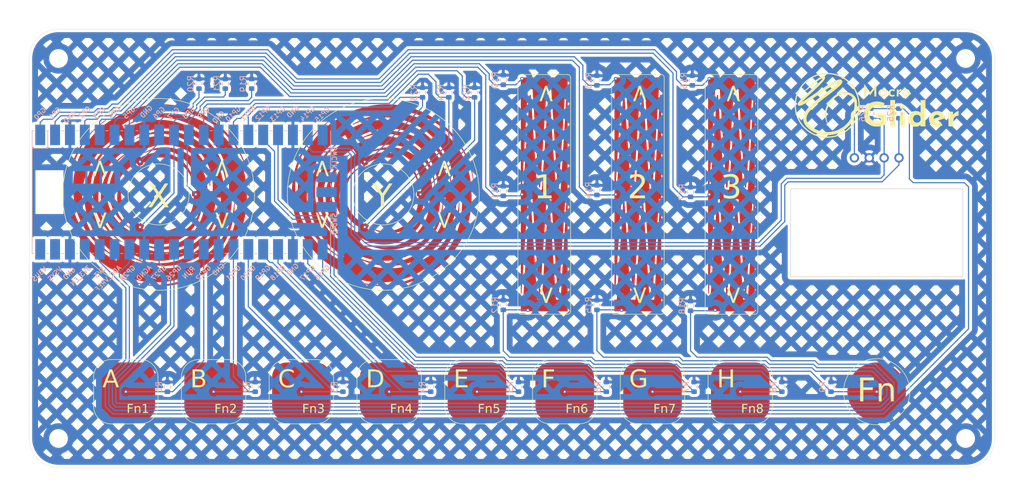
<source format=kicad_pcb>
(kicad_pcb (version 20240108) (generator "pcbnew") (generator_version "8.0")
  (title_block (title "MACRO-GLIDER") (date "2024-04-28") (rev "V1") (company "KONSOL"))
  (layers (0 "F.Cu" signal) (31 "B.Cu" signal) (34 "B.Paste" user) (35 "F.Paste" user) (36 "B.SilkS" user "B.Silkscreen") (37 "F.SilkS" user "F.Silkscreen") (38 "B.Mask" user) (39 "F.Mask" user) (44 "Edge.Cuts" user))
  (net 0 "")
  (net 1 "/FADER1C")
  (net 2 "/FADER1B")
  (net 3 "/FADER1A")
  (net 4 "/FADER2C")
  (net 5 "/FADER2A")
  (net 6 "/FADER2B")
  (net 7 "/FADER3C")
  (net 8 "/FADER3B")
  (net 9 "/FADER3A")
  (net 10 "/SCL")
  (net 11 "/SDA")
  (net 12 "+3V3")
  (net 13 "GND")
  (net 14 "/TPAD1")
  (net 15 "/TPAD2")
  (net 16 "/TPAD3")
  (net 17 "/TPAD4")
  (net 18 "/TPAD5")
  (net 19 "/TPAD6")
  (net 20 "/TPAD7")
  (net 21 "/TPAD8")
  (net 22 "/TPADFN")
  (net 23 "/ROT1A")
  (net 24 "/ROT1B")
  (net 25 "/ROT1C")
  (net 26 "/ROT2A")
  (net 27 "/ROT2B")
  (net 28 "/ROT2C")
  (footprint "Library:TOUCHSLIDER3_8x40B" (layer "F.Cu") (at 195 83.25)
    (property "Reference" "FADER3" (hide yes))
    (property "Value" "~" (hide yes))
  )
  (footprint "Library:TOUCHROTARY1B" (layer "F.Cu") (at 97.098781 83.25)
    (property "Reference" "TOUCHROTARY1" (hide yes))
    (property "Value" "~" (hide yes))
  )
  (footprint "Library:Pad-CapacitiveTouch" (layer "F.Cu") (at 151.5 117)
    (property "Reference" "SW5")
    (property "Value" "Capacitive Button" (hide yes))
  )
  (footprint "Library:TOUCHSLIDER3_8x40B" (layer "F.Cu") (at 179 83.25)
    (property "Reference" "FADER2" (hide yes))
    (property "Value" "~" (hide yes))
  )
  (footprint "Library:Pad-CapacitiveTouch" (layer "F.Cu") (at 106.5 117)
    (property "Reference" "SW2")
    (property "Value" "Capacitive Button" (hide yes))
  )
  (footprint "Library:TOUCHSLIDER3_8x40B" (layer "F.Cu") (at 163 83.25)
    (property "Reference" "FADER1" (hide yes))
    (property "Value" "~" (hide yes))
  )
  (footprint "easyeda2kicad:OLED-TH_L35.4-W33.5_HS13L03W2C01_without_mount_outline" (layer "F.Cu") (at 219.81 77)
    (property "Reference" "OLED1" (hide yes))
    (property "Value" "HS13L03W2C01")
    (fp_rect (start -14.715 5.3) (end 14.715 20.31) (stroke (width 0.1)) (fill none) (layer "Edge.Cuts"))
  )
  (footprint "MountingHole:MountingHole_2.7mm_M2.5_ISO14580" (layer "F.Cu") (at 235 125)
    (property "Reference" "H4" (hide yes))
    (property "Value" "MountingHole")
  )
  (footprint "Library:Pad-CapacitiveTouch" (layer "F.Cu") (at 91.5 117)
    (property "Reference" "SW1")
    (property "Value" "Capacitive Button" (hide yes))
  )
  (footprint "MountingHole:MountingHole_2.7mm_M2.5_ISO14580" (layer "F.Cu") (at 235 60)
    (property "Reference" "H3" (hide yes))
    (property "Value" "MountingHole")
  )
  (footprint "logo:logo" (layer "F.Cu") (at 219.796804 68)
    (property "Reference" "G***" (hide yes))
    (property "Value" "LOGO" (hide yes))
  )
  (footprint "MountingHole:MountingHole_2.7mm_M2.5_ISO14580" (layer "F.Cu") (at 80 125)
    (property "Reference" "H2" (hide yes))
    (property "Value" "MountingHole")
  )
  (footprint "Library:Pad-CapacitiveTouch" (layer "F.Cu") (at 196.5 117)
    (property "Reference" "SW8")
    (property "Value" "Capacitive Button" (hide yes))
  )
  (footprint "Library:Pad-CapacitiveTouch" (layer "F.Cu") (at 136.5 117)
    (property "Reference" "SW4")
    (property "Value" "Capacitive Button" (hide yes))
  )
  (footprint "Library:TOUCHROTARY1B" (layer "F.Cu") (at 135.5 83.25)
    (property "Reference" "TOUCHROTARY2" (hide yes))
    (property "Value" "~" (hide yes))
  )
  (footprint "Library:Pad-CapacitiveTouch" (layer "F.Cu") (at 219.81 117)
    (property "Reference" "SW9")
    (property "Value" "Capacitive Button" (hide yes))
  )
  (footprint "Library:Pad-CapacitiveTouch" (layer "F.Cu") (at 166.5 117)
    (property "Reference" "SW6")
    (property "Value" "Capacitive Button" (hide yes))
  )
  (footprint "Library:Pad-CapacitiveTouch" (layer "F.Cu") (at 181.5 117)
    (property "Reference" "SW7")
    (property "Value" "Capacitive Button" (hide yes))
  )
  (footprint "MountingHole:MountingHole_2.7mm_M2.5_ISO14580" (layer "F.Cu") (at 80 60)
    (property "Reference" "H1" (hide yes))
    (property "Value" "MountingHole")
  )
  (footprint "Library:Pad-CapacitiveTouch" (layer "F.Cu") (at 121.5 117)
    (property "Reference" "SW3")
    (property "Value" "Capacitive Button" (hide yes))
  )
  (footprint "Library:R_0603_1608Metric" (layer "B.Cu") (at 172 63.775 -90)
    (property "Reference" "R13")
    (property "Value" "1M")
  )
  (footprint "Library:R_0603_1608Metric" (layer "B.Cu") (at 156 63.675 -90)
    (property "Reference" "R10")
    (property "Value" "1M")
  )
  (footprint "Library:R_0603_1608Metric" (layer "B.Cu") (at 188 82.85 -90)
    (property "Reference" "R17")
    (property "Value" "1M")
  )
  (footprint "Library:R_0603_1608Metric" (layer "B.Cu") (at 156 82.675 -90)
    (property "Reference" "R11")
    (property "Value" "1M")
  )
  (footprint "Library:R_0603_1608Metric" (layer "B.Cu") (at 113.6 116.175 -90)
    (property "Reference" "R2")
    (property "Value" "1M")
  )
  (footprint "Library:R_0603_1608Metric" (layer "B.Cu") (at 151.1 65.825 -90)
    (property "Reference" "R22")
    (property "Value" "1M")
  )
  (footprint "Library:R_0603_1608Metric" (layer "B.Cu") (at 156 102.175 -90)
    (property "Reference" "R12")
    (property "Value" "1M")
  )
  (footprint "Library:R_0603_1608Metric" (layer "B.Cu") (at 172 82.525 -90)
    (property "Reference" "R14")
    (property "Value" "1M")
  )
  (footprint "Library:R_0603_1608Metric" (layer "B.Cu") (at 223.6 69.4 -90)
    (property "Reference" "R25")
    (property "Value" "10K")
  )
  (footprint "Library:R_0603_1608Metric" (layer "B.Cu") (at 158.6 116.175 -90)
    (property "Reference" "R5")
    (property "Value" "1M")
  )
  (footprint "Library:R_0603_1608Metric" (layer "B.Cu") (at 142.2 65.825 -90)
    (property "Reference" "R23")
    (property "Value" "1M")
  )
  (footprint "Library:R_0603_1608Metric" (layer "B.Cu") (at 98.6 116.175 -90)
    (property "Reference" "R1")
    (property "Value" "1M")
  )
  (footprint "Library:R_0603_1608Metric" (layer "B.Cu") (at 113 64.325 -90)
    (property "Reference" "R19")
    (property "Value" "1M")
  )
  (footprint "Library:R_0603_1608Metric" (layer "B.Cu") (at 173.6 116.175 -90)
    (property "Reference" "R6")
    (property "Value" "1M")
  )
  (footprint "Library:R_0603_1608Metric" (layer "B.Cu") (at 146.7 65.825 -90)
    (property "Reference" "R24")
    (property "Value" "1M")
  )
  (footprint "Library:R_0603_1608Metric" (layer "B.Cu") (at 143.6 116.175 -90)
    (property "Reference" "R4")
    (property "Value" "1M")
  )
  (footprint "Library:R_0603_1608Metric" (layer "B.Cu") (at 108.5 64.325 -90)
    (property "Reference" "R21")
    (property "Value" "1M")
  )
  (footprint "Library:R_0603_1608Metric" (layer "B.Cu") (at 128.6 116.175 -90)
    (property "Reference" "R3")
    (property "Value" "1M")
  )
  (footprint "Library:RPi_Pico_SMD" (layer "B.Cu") (at 101 83.11 -90)
    (property "Reference" "U1" (hide yes))
    (property "Value" "Pico" (hide yes))
  )
  (footprint "Library:R_0603_1608Metric" (layer "B.Cu") (at 188 102.325 -90)
    (property "Reference" "R18")
    (property "Value" "1M")
  )
  (footprint "Library:R_0603_1608Metric" (layer "B.Cu") (at 218.8 69.4 -90)
    (property "Reference" "R26")
    (property "Value" "10K")
  )
  (footprint "Library:R_0603_1608Metric" (layer "B.Cu") (at 212 116.175 -90)
    (property "Reference" "R9")
    (property "Value" "1M")
  )
  (footprint "Library:R_0603_1608Metric" (layer "B.Cu") (at 172 102.175 -90)
    (property "Reference" "R15")
    (property "Value" "1M")
  )
  (footprint "Library:R_0603_1608Metric" (layer "B.Cu") (at 188.3 63.775 -90)
    (property "Reference" "R16")
    (property "Value" "1M")
  )
  (footprint "Library:R_0603_1608Metric" (layer "B.Cu") (at 203.6 116.175 -90)
    (property "Reference" "R8")
    (property "Value" "1M")
  )
  (footprint "Library:R_0603_1608Metric" (layer "B.Cu") (at 188.6 116.175 -90)
    (property "Reference" "R7")
    (property "Value" "1M")
  )
  (footprint "Library:R_0603_1608Metric" (layer "B.Cu") (at 104 64.325 -90)
    (property "Reference" "R20")
    (property "Value" "1M")
  )
  (gr_arc (start 183.5 103.25) (mid 183.353553 103.603553) (end 183 103.75) (stroke (width 0.1)) (layer "F.SilkS"))
  (gr_line (start 97 114.5) (end 97 119.5) (stroke (width 0.1)) (layer "F.SilkS"))
  (gr_arc (start 169 111.5) (mid 171.12132 112.37868) (end 172 114.5) (stroke (width 0.1)) (layer "F.SilkS"))
  (gr_line (start 176 119.5) (end 176 114.5) (stroke (width 0.1)) (layer "F.SilkS"))
  (gr_line (start 202 114.5) (end 202 119.5) (stroke (width 0.1)) (layer "F.SilkS"))
  (gr_line (start 167 103.75) (end 159 103.75) (stroke (width 0.1)) (layer "F.SilkS"))
  (gr_line (start 127 114.5) (end 127 119.5) (stroke (width 0.1)) (layer "F.SilkS"))
  (gr_line (start 154 122.5) (end 149 122.5) (stroke (width 0.1)) (layer "F.SilkS"))
  (gr_line (start 134 111.5) (end 139 111.5) (stroke (width 0.1)) (layer "F.SilkS"))
  (gr_arc (start 101 114.5) (mid 101.87868 112.37868) (end 104 111.5) (stroke (width 0.1)) (layer "F.SilkS"))
  (gr_line (start 116 119.5) (end 116 114.5) (stroke (width 0.1)) (layer "F.SilkS"))
  (gr_arc (start 167 62.75) (mid 167.353553 62.896447) (end 167.5 63.25) (stroke (width 0.1)) (layer "F.SilkS"))
  (gr_line (start 167.5 63.25) (end 167.5 103.25) (stroke (width 0.1)) (layer "F.SilkS"))
  (gr_arc (start 191 103.75) (mid 190.646447 103.603553) (end 190.5 103.25) (stroke (width 0.1)) (layer "F.SilkS"))
  (gr_line (start 142 114.5) (end 142 119.5) (stroke (width 0.1)) (layer "F.SilkS"))
  (gr_circle (center 135.5 83.25) (end 140.716736 83.25) (stroke (width 0.1)) (fill none) (layer "F.SilkS"))
  (gr_line (start 174.5 103.25) (end 174.5 63.25) (stroke (width 0.1)) (layer "F.SilkS"))
  (gr_arc (start 179 122.5) (mid 176.87868 121.62132) (end 176 119.5) (stroke (width 0.1)) (layer "F.SilkS"))
  (gr_arc (start 131 114.5) (mid 131.87868 112.37868) (end 134 111.5) (stroke (width 0.1)) (layer "F.SilkS"))
  (gr_arc (start 157 119.5) (mid 156.12132 121.62132) (end 154 122.5) (stroke (width 0.1)) (layer "F.SilkS"))
  (gr_line (start 169 122.5) (end 164 122.5) (stroke (width 0.1)) (layer "F.SilkS"))
  (gr_arc (start 164 122.5) (mid 161.87868 121.62132) (end 161 119.5) (stroke (width 0.1)) (layer "F.SilkS"))
  (gr_arc (start 184 111.5) (mid 186.12132 112.37868) (end 187 114.5) (stroke (width 0.1)) (layer "F.SilkS"))
  (gr_arc (start 175 103.75) (mid 174.646447 103.603553) (end 174.5 103.25) (stroke (width 0.1)) (layer "F.SilkS"))
  (gr_line (start 184 122.5) (end 179 122.5) (stroke (width 0.1)) (layer "F.SilkS"))
  (gr_arc (start 124 111.5) (mid 126.12132 112.37868) (end 127 114.5) (stroke (width 0.1)) (layer "F.SilkS"))
  (gr_arc (start 194 122.5) (mid 191.87868 121.62132) (end 191 119.5) (stroke (width 0.1)) (layer "F.SilkS"))
  (gr_line (start 146 119.5) (end 146 114.5) (stroke (width 0.1)) (layer "F.SilkS"))
  (gr_line (start 86 119.5) (end 86 114.5) (stroke (width 0.1)) (layer "F.SilkS"))
  (gr_line (start 199 103.75) (end 191 103.75) (stroke (width 0.1)) (layer "F.SilkS"))
  (gr_arc (start 167.5 103.25) (mid 167.353553 103.603553) (end 167 103.75) (stroke (width 0.1)) (layer "F.SilkS"))
  (gr_arc (start 104 122.5) (mid 101.87868 121.62132) (end 101 119.5) (stroke (width 0.1)) (layer "F.SilkS"))
  (gr_line (start 199 122.5) (end 194 122.5) (stroke (width 0.1)) (layer "F.SilkS"))
  (gr_arc (start 89 122.5) (mid 86.87868 121.62132) (end 86 119.5) (stroke (width 0.1)) (layer "F.SilkS"))
  (gr_circle (center 97.098781 83.25) (end 110.098781 93.25) (stroke (width 0.1)) (fill none) (layer "F.SilkS"))
  (gr_arc (start 199 62.75) (mid 199.353553 62.896447) (end 199.5 63.25) (stroke (width 0.1)) (layer "F.SilkS"))
  (gr_circle (center 97.098781 83.25) (end 102.315517 83.25) (stroke (width 0.1)) (fill none) (layer "F.SilkS"))
  (gr_arc (start 97 119.5) (mid 96.12132 121.62132) (end 94 122.5) (stroke (width 0.1)) (layer "F.SilkS"))
  (gr_line (start 191 62.75) (end 199 62.75) (stroke (width 0.1)) (layer "F.SilkS"))
  (gr_line (start 183.5 63.25) (end 183.5 103.25) (stroke (width 0.1)) (layer "F.SilkS"))
  (gr_line (start 94 122.5) (end 89 122.5) (stroke (width 0.1)) (layer "F.SilkS"))
  (gr_line (start 175 62.75) (end 183 62.75) (stroke (width 0.1)) (layer "F.SilkS"))
  (gr_arc (start 191 114.5) (mid 191.87868 112.37868) (end 194 111.5) (stroke (width 0.1)) (layer "F.SilkS"))
  (gr_line (start 164 111.5) (end 169 111.5) (stroke (width 0.1)) (layer "F.SilkS"))
  (gr_line (start 183 103.75) (end 175 103.75) (stroke (width 0.1)) (layer "F.SilkS"))
  (gr_arc (start 112 119.5) (mid 111.12132 121.62132) (end 109 122.5) (stroke (width 0.1)) (layer "F.SilkS"))
  (gr_line (start 124 122.5) (end 119 122.5) (stroke (width 0.1)) (layer "F.SilkS"))
  (gr_line (start 187 114.5) (end 187 119.5) (stroke (width 0.1)) (layer "F.SilkS"))
  (gr_line (start 131 119.5) (end 131 114.5) (stroke (width 0.1)) (layer "F.SilkS"))
  (gr_arc (start 199 111.5) (mid 201.12132 112.37868) (end 202 114.5) (stroke (width 0.1)) (layer "F.SilkS"))
  (gr_arc (start 86 114.5) (mid 86.87868 112.37868) (end 89 111.5) (stroke (width 0.1)) (layer "F.SilkS"))
  (gr_line (start 119 111.5) (end 124 111.5) (stroke (width 0.1)) (layer "F.SilkS"))
  (gr_arc (start 149 122.5) (mid 146.87868 121.62132) (end 146 119.5) (stroke (width 0.1)) (layer "F.SilkS"))
  (gr_arc (start 174.5 63.25) (mid 174.646447 62.896447) (end 175 62.75) (stroke (width 0.1)) (layer "F.SilkS"))
  (gr_line (start 112 114.5) (end 112 119.5) (stroke (width 0.1)) (layer "F.SilkS"))
  (gr_arc (start 94 111.5) (mid 96.12132 112.37868) (end 97 114.5) (stroke (width 0.1)) (layer "F.SilkS"))
  (gr_arc (start 127 119.5) (mid 126.12132 121.62132) (end 124 122.5) (stroke (width 0.1)) (layer "F.SilkS"))
  (gr_line (start 139 122.5) (end 134 122.5) (stroke (width 0.1)) (layer "F.SilkS"))
  (gr_line (start 157 114.5) (end 157 119.5) (stroke (width 0.1)) (layer "F.SilkS"))
  (gr_line (start 109 122.5) (end 104 122.5) (stroke (width 0.1)) (layer "F.SilkS"))
  (gr_line (start 161 119.5) (end 161 114.5) (stroke (width 0.1)) (layer "F.SilkS"))
  (gr_arc (start 158.5 63.25) (mid 158.646447 62.896447) (end 159 62.75) (stroke (width 0.1)) (layer "F.SilkS"))
  (gr_arc (start 116 114.5) (mid 116.87868 112.37868) (end 119 111.5) (stroke (width 0.1)) (layer "F.SilkS"))
  (gr_arc (start 142 119.5) (mid 141.12132 121.62132) (end 139 122.5) (stroke (width 0.1)) (layer "F.SilkS"))
  (gr_circle (center 135.5 83.25) (end 148.5 93.25) (stroke (width 0.1)) (fill none) (layer "F.SilkS"))
  (gr_arc (start 134 122.5) (mid 131.87868 121.62132) (end 131 119.5) (stroke (width 0.1)) (layer "F.SilkS"))
  (gr_line (start 191 119.5) (end 191 114.5) (stroke (width 0.1)) (layer "F.SilkS"))
  (gr_arc (start 187 119.5) (mid 186.12132 121.62132) (end 184 122.5) (stroke (width 0.1)) (layer "F.SilkS"))
  (gr_arc (start 202 119.5) (mid 201.12132 121.62132) (end 199 122.5) (stroke (width 0.1)) (layer "F.SilkS"))
  (gr_line (start 199.5 63.25) (end 199.5 103.25) (stroke (width 0.1)) (layer "F.SilkS"))
  (gr_arc (start 119 122.5) (mid 116.87868 121.62132) (end 116 119.5) (stroke (width 0.1)) (layer "F.SilkS"))
  (gr_line (start 159 62.75) (end 167 62.75) (stroke (width 0.1)) (layer "F.SilkS"))
  (gr_arc (start 154 111.5) (mid 156.12132 112.37868) (end 157 114.5) (stroke (width 0.1)) (layer "F.SilkS"))
  (gr_arc (start 190.5 63.25) (mid 190.646447 62.896447) (end 191 62.75) (stroke (width 0.1)) (layer "F.SilkS"))
  (gr_arc (start 199.5 103.25) (mid 199.353553 103.603553) (end 199 103.75) (stroke (width 0.1)) (layer "F.SilkS"))
  (gr_arc (start 146 114.5) (mid 146.87868 112.37868) (end 149 111.5) (stroke (width 0.1)) (layer "F.SilkS"))
  (gr_line (start 101 119.5) (end 101 114.5) (stroke (width 0.1)) (layer "F.SilkS"))
  (gr_line (start 89 111.5) (end 94 111.5) (stroke (width 0.1)) (layer "F.SilkS"))
  (gr_line (start 104 111.5) (end 109 111.5) (stroke (width 0.1)) (layer "F.SilkS"))
  (gr_line (start 190.5 103.25) (end 190.5 63.25) (stroke (width 0.1)) (layer "F.SilkS"))
  (gr_circle (center 219.81 117) (end 223.81 121) (stroke (width 0.1)) (fill none) (layer "F.SilkS"))
  (gr_arc (start 161 114.5) (mid 161.87868 112.37868) (end 164 111.5) (stroke (width 0.1)) (layer "F.SilkS"))
  (gr_arc (start 109 111.5) (mid 111.12132 112.37868) (end 112 114.5) (stroke (width 0.1)) (layer "F.SilkS"))
  (gr_arc (start 172 119.5) (mid 171.12132 121.62132) (end 169 122.5) (stroke (width 0.1)) (layer "F.SilkS"))
  (gr_line (start 194 111.5) (end 199 111.5) (stroke (width 0.1)) (layer "F.SilkS"))
  (gr_arc (start 183 62.75) (mid 183.353553 62.896447) (end 183.5 63.25) (stroke (width 0.1)) (layer "F.SilkS"))
  (gr_line (start 172 114.5) (end 172 119.5) (stroke (width 0.1)) (layer "F.SilkS"))
  (gr_arc (start 139 111.5) (mid 141.12132 112.37868) (end 142 114.5) (stroke (width 0.1)) (layer "F.SilkS"))
  (gr_arc (start 176 114.5) (mid 176.87868 112.37868) (end 179 111.5) (stroke (width 0.1)) (layer "F.SilkS"))
  (gr_line (start 179 111.5) (end 184 111.5) (stroke (width 0.1)) (layer "F.SilkS"))
  (gr_line (start 149 111.5) (end 154 111.5) (stroke (width 0.1)) (layer "F.SilkS"))
  (gr_line (start 158.5 103.25) (end 158.5 63.25) (stroke (width 0.1)) (layer "F.SilkS"))
  (gr_arc (start 159 103.75) (mid 158.646447 103.603553) (end 158.5 103.25) (stroke (width 0.1)) (layer "F.SilkS"))
  (gr_arc (start 75 60) (mid 76.464466 56.464466) (end 80 55) (stroke (width 0.05)) (layer "Edge.Cuts"))
  (gr_arc (start 80 130) (mid 76.464466 128.535534) (end 75 125) (stroke (width 0.05)) (layer "Edge.Cuts"))
  (gr_line (start 80 130) (end 235 130) (stroke (width 0.05)) (layer "Edge.Cuts"))
  (gr_line (start 80 55) (end 235 55) (stroke (width 0.05)) (layer "Edge.Cuts"))
  (gr_arc (start 240 125) (mid 238.535534 128.535534) (end 235 130) (stroke (width 0.05)) (layer "Edge.Cuts"))
  (gr_line (start 75 125) (end 75 60) (stroke (width 0.05)) (layer "Edge.Cuts"))
  (gr_arc (start 235 55) (mid 238.535534 56.464466) (end 240 60) (stroke (width 0.05)) (layer "Edge.Cuts"))
  (gr_line (start 240 125) (end 240 60) (stroke (width 0.05)) (layer "Edge.Cuts"))
  (gr_text "Fn6" (at 170.5 120 0) (layer "F.SilkS") (effects (font (size 1.5 1.5) (thickness 0.1)) (justify right)))
  (gr_text ">" (at 195.25 100.5 -90) (layer "F.SilkS") (effects (font (size 3 3) (thickness 0.1))))
  (gr_text "Fn4" (at 140.5 120 0) (layer "F.SilkS") (effects (font (size 1.5 1.5) (thickness 0.1)) (justify right)))
  (gr_text "<    >" (at 108 83.25 90) (layer "F.SilkS") (effects (font (size 3 3) (thickness 0.1))))
  (gr_text "<" (at 163.25 66 270) (layer "F.SilkS") (effects (font (size 3 3) (thickness 0.1))))
  (gr_text "<" (at 195.25 66 270) (layer "F.SilkS") (effects (font (size 3 3) (thickness 0.1))))
  (gr_text "1" (at 163 82.25 0) (layer "F.SilkS") (effects (font (size 4 4) (thickness 0.1))))
  (gr_text "<    >" (at 146 83.25 90) (layer "F.SilkS") (effects (font (size 3 3) (thickness 0.1))))
  (gr_text "Fn" (at 219.81 117 0) (layer "F.SilkS") (effects (font (size 4 4) (thickness 0.1))))
  (gr_text "B" (at 102.5 115 0) (layer "F.SilkS") (effects (font (size 3 3) (thickness 0.1)) (justify left)))
  (gr_text "<    >" (at 125 83.25 270) (layer "F.SilkS") (effects (font (size 3 3) (thickness 0.1))))
  (gr_text "E" (at 147.5 115 0) (layer "F.SilkS") (effects (font (size 3 3) (thickness 0.1)) (justify left)))
  (gr_text "<" (at 179.25 66 270) (layer "F.SilkS") (effects (font (size 3 3) (thickness 0.1))))
  (gr_text "Y" (at 135.35 83.8 0) (layer "F.SilkS") (effects (font (size 4 4) (thickness 0.1))))
  (gr_text "D" (at 132.5 115 0) (layer "F.SilkS") (effects (font (size 3 3) (thickness 0.1)) (justify left)))
  (gr_text "3" (at 195 82.25 0) (layer "F.SilkS") (effects (font (size 4 4) (thickness 0.1))))
  (gr_text "Fn3" (at 125.5 120 0) (layer "F.SilkS") (effects (font (size 1.5 1.5) (thickness 0.1)) (justify right)))
  (gr_text "C" (at 117.5 115 0) (layer "F.SilkS") (effects (font (size 3 3) (thickness 0.1)) (justify left)))
  (gr_text "G" (at 177.5 115 0) (layer "F.SilkS") (effects (font (size 3 3) (thickness 0.1)) (justify left)))
  (gr_text "X" (at 97.1 83.8 0) (layer "F.SilkS") (effects (font (size 4 4) (thickness 0.1))))
  (gr_text ">" (at 179.25 100.5 -90) (layer "F.SilkS") (effects (font (size 3 3) (thickness 0.1))))
  (gr_text "<    >" (at 87 83.25 270) (layer "F.SilkS") (effects (font (size 3 3) (thickness 0.1))))
  (gr_text "Fn5" (at 155.5 120 0) (layer "F.SilkS") (effects (font (size 1.5 1.5) (thickness 0.1)) (justify right)))
  (gr_text "F" (at 162.5 115 0) (layer "F.SilkS") (effects (font (size 3 3) (thickness 0.1)) (justify left)))
  (gr_text "2" (at 179 82.25 0) (layer "F.SilkS") (effects (font (size 4 4) (thickness 0.1))))
  (gr_text "Fn1" (at 95.5 120 0) (layer "F.SilkS") (effects (font (size 1.5 1.5) (thickness 0.1)) (justify right)))
  (gr_text "A" (at 87.5 115 0) (layer "F.SilkS") (effects (font (size 3 3) (thickness 0.1)) (justify left)))
  (gr_text "H" (at 192.5 115 0) (layer "F.SilkS") (effects (font (size 3 3) (thickness 0.1)) (justify left)))
  (gr_text "Fn2" (at 110.5 120 0) (layer "F.SilkS") (effects (font (size 1.5 1.5) (thickness 0.1)) (justify right)))
  (gr_text "Fn8" (at 200.5 120 0) (layer "F.SilkS") (effects (font (size 1.5 1.5) (thickness 0.1)) (justify right)))
  (gr_text "Fn7" (at 185.5 120 0) (layer "F.SilkS") (effects (font (size 1.5 1.5) (thickness 0.1)) (justify right)))
  (gr_text ">" (at 163.25 100.5 -90) (layer "F.SilkS") (effects (font (size 3 3) (thickness 0.1))))
  (via (at 160.2 103.05) (size 0.6) (drill 0.3) (layers "F.Cu" "B.Cu") (net 1))
  (segment (start 157.1 111.1) (end 156 110) (width 0.2) (layer "B.Cu") (net 1))
  (segment (start 99.73 91.75) (end 99.73 105.815584) (width 0.2) (layer "B.Cu") (net 1))
  (segment (start 220.204416 119) (end 221.55 117.654416) (width 0.2) (layer "B.Cu") (net 1))
  (segment (start 89.8 115.745584) (end 89.8 118.754416) (width 0.2) (layer "B.Cu") (net 1))
  (segment (start 171.694112 111.7) (end 171.094112 111.1) (width 0.2) (layer "B.Cu") (net 1))
  (segment (start 221.55 115.997056) (end 219.052944 113.5) (width 0.2) (layer "B.Cu") (net 1))
  (segment (start 156 103) (end 160.15 103) (width 0.2) (layer "B.Cu") (net 1))
  (segment (start 90.045584 119) (end 220.204416 119) (width 0.2) (layer "B.Cu") (net 1))
  (segment (start 201.197056 112.9) (end 200.597056 112.3) (width 0.2) (layer "B.Cu") (net 1))
  (segment (start 99.73 105.815584) (end 89.8 115.745584) (width 0.2) (layer "B.Cu") (net 1))
  (segment (start 200.597056 112.3) (end 186.445584 112.3) (width 0.2) (layer "B.Cu") (net 1))
  (segment (start 160.15 103) (end 160.2 103.05) (width 0.2) (layer "B.Cu") (net 1))
  (segment (start 221.55 117.654416) (end 221.55 115.997056) (width 0.2) (layer "B.Cu") (net 1))
  (segment (start 209.348528 113.5) (end 208.748528 112.9) (width 0.2) (layer "B.Cu") (net 1))
  (segment (start 186.445584 112.3) (end 185.845584 111.7) (width 0.2) (layer "B.Cu") (net 1))
  (segment (start 89.8 118.754416) (end 90.045584 119) (width 0.2) (layer "B.Cu") (net 1))
  (segment (start 171.094112 111.1) (end 157.1 111.1) (width 0.2) (layer "B.Cu") (net 1))
  (segment (start 156 110) (end 156 103) (width 0.2) (layer "B.Cu") (net 1))
  (segment (start 208.748528 112.9) (end 201.197056 112.9) (width 0.2) (layer "B.Cu") (net 1))
  (segment (start 185.845584 111.7) (end 171.694112 111.7) (width 0.2) (layer "B.Cu") (net 1))
  (segment (start 219.052944 113.5) (end 209.348528 113.5) (width 0.2) (layer "B.Cu") (net 1))
  (via (at 159.2 83.25) (size 0.6) (drill 0.3) (layers "F.Cu" "B.Cu") (net 2))
  (segment (start 100.7 61.5) (end 92.11 70.09) (width 0.2) (layer "B.Cu") (net 2))
  (segment (start 153 82) (end 153 62.848528) (width 0.2) (layer "B.Cu") (net 2))
  (segment (start 154.5 83.5) (end 153 82) (width 0.2) (layer "B.Cu") (net 2))
  (segment (start 156 83.5) (end 154.5 83.5) (width 0.2) (layer "B.Cu") (net 2))
  (segment (start 158.95 83.5) (end 159.2 83.25) (width 0.2) (layer "B.Cu") (net 2))
  (segment (start 136 66.5) (end 119.5 66.5) (width 0.2) (layer "B.Cu") (net 2))
  (segment (start 151.651472 61.5) (end 141 61.5) (width 0.2) (layer "B.Cu") (net 2))
  (segment (start 119.5 66.5) (end 114.5 61.5) (width 0.2) (layer "B.Cu") (net 2))
  (segment (start 153 62.848528) (end 151.651472 61.5) (width 0.2) (layer "B.Cu") (net 2))
  (segment (start 141 61.5) (end 136 66.5) (width 0.2) (layer "B.Cu") (net 2))
  (segment (start 156 83.5) (end 158.95 83.5) (width 0.2) (layer "B.Cu") (net 2))
  (segment (start 114.5 61.5) (end 100.7 61.5) (width 0.2) (layer "B.Cu") (net 2))
  (segment (start 92.11 70.09) (end 92.11 73) (width 0.2) (layer "B.Cu") (net 2))
  (via (at 159.2032 63.45) (size 0.6) (drill 0.3) (layers "F.Cu" "B.Cu") (net 3))
  (segment (start 153.6 62.6) (end 153.6 63.6) (width 0.2) (layer "B.Cu") (net 3))
  (segment (start 153.6 63.6) (end 154.5 64.5) (width 0.2) (layer "B.Cu") (net 3))
  (segment (start 114.748528 60.9) (end 119.748528 65.9) (width 0.2) (layer "B.Cu") (net 3))
  (segment (start 135.751472 65.9) (end 140.751472 60.9) (width 0.2) (layer "B.Cu") (net 3))
  (segment (start 90.17 70.2) (end 91.151472 70.2) (width 0.2) (layer "B.Cu") (net 3))
  (segment (start 119.748528 65.9) (end 135.751472 65.9) (width 0.2) (layer "B.Cu") (net 3))
  (segment (start 91.151472 70.2) (end 100.451472 60.9) (width 0.2) (layer "B.Cu") (net 3))
  (segment (start 89.57 70.8) (end 90.17 70.2) (width 0.2) (layer "B.Cu") (net 3))
  (segment (start 156 64.5) (end 158.1532 64.5) (width 0.2) (layer "B.Cu") (net 3))
  (segment (start 151.9 60.9) (end 153.6 62.6) (width 0.2) (layer "B.Cu") (net 3))
  (segment (start 100.451472 60.9) (end 114.748528 60.9) (width 0.2) (layer "B.Cu") (net 3))
  (segment (start 158.1532 64.5) (end 159.2032 63.45) (width 0.2) (layer "B.Cu") (net 3))
  (segment (start 154.5 64.5) (end 156 64.5) (width 0.2) (layer "B.Cu") (net 3))
  (segment (start 89.57 73) (end 89.57 70.8) (width 0.2) (layer "B.Cu") (net 3))
  (segment (start 140.751472 60.9) (end 151.9 60.9) (width 0.2) (layer "B.Cu") (net 3))
  (via (at 176.2 103.05) (size 0.6) (drill 0.3) (layers "F.Cu" "B.Cu") (net 4))
  (segment (start 222.15 115.748528) (end 219.301472 112.9) (width 0.2) (layer "B.Cu") (net 4))
  (segment (start 220.452944 119.6) (end 222.15 117.902944) (width 0.2) (layer "B.Cu") (net 4))
  (segment (start 97.19 91.75) (end 97.19 94.94) (width 0.2) (layer "B.Cu") (net 4))
  (segment (start 89.797056 119.6) (end 220.452944 119.6) (width 0.2) (layer "B.Cu") (net 4))
  (segment (start 186.094112 111.1) (end 173.1 111.1) (width 0.2) (layer "B.Cu") (net 4))
  (segment (start 201.445584 112.3) (end 200.845584 111.7) (width 0.2) (layer "B.Cu") (net 4))
  (segment (start 173.1 111.1) (end 172 110) (width 0.2) (layer "B.Cu") (net 4))
  (segment (start 200.845584 111.7) (end 186.694112 111.7) (width 0.2) (layer "B.Cu") (net 4))
  (segment (start 186.694112 111.7) (end 186.094112 111.1) (width 0.2) (layer "B.Cu") (net 4))
  (segment (start 176.15 103) (end 176.2 103.05) (width 0.2) (layer "B.Cu") (net 4))
  (segment (start 222.15 117.902944) (end 222.15 115.748528) (width 0.2) (layer "B.Cu") (net 4))
  (segment (start 89.2 115.497056) (end 89.2 119.002944) (width 0.2) (layer "B.Cu") (net 4))
  (segment (start 89.2 119.002944) (end 89.797056 119.6) (width 0.2) (layer "B.Cu") (net 4))
  (segment (start 97.19 94.94) (end 99.13 96.88) (width 0.2) (layer "B.Cu") (net 4))
  (segment (start 172 110) (end 172 103) (width 0.2) (layer "B.Cu") (net 4))
  (segment (start 99.13 96.88) (end 99.13 105.567056) (width 0.2) (layer "B.Cu") (net 4))
  (segment (start 219.301472 112.9) (end 209.597056 112.9) (width 0.2) (layer "B.Cu") (net 4))
  (segment (start 209.597056 112.9) (end 208.997056 112.3) (width 0.2) (layer "B.Cu") (net 4))
  (segment (start 208.997056 112.3) (end 201.445584 112.3) (width 0.2) (layer "B.Cu") (net 4))
  (segment (start 172 103) (end 176.15 103) (width 0.2) (layer "B.Cu") (net 4))
  (segment (start 99.13 105.567056) (end 89.2 115.497056) (width 0.2) (layer "B.Cu") (net 4))
  (via (at 175.2032 63.45) (size 0.6) (drill 0.3) (layers "F.Cu" "B.Cu") (net 5))
  (segment (start 170.6 64.6) (end 172 64.6) (width 0.2) (layer "B.Cu") (net 5))
  (segment (start 172.1 64.5) (end 174.1532 64.5) (width 0.2) (layer "B.Cu") (net 5))
  (segment (start 140.254416 59.7) (end 168.15 59.7) (width 0.2) (layer "B.Cu") (net 5))
  (segment (start 135.254416 64.7) (end 140.254416 59.7) (width 0.2) (layer "B.Cu") (net 5))
  (segment (start 168.15 59.7) (end 169.6 61.15) (width 0.2) (layer "B.Cu") (net 5))
  (segment (start 174.1532 64.5) (end 175.2032 63.45) (width 0.2) (layer "B.Cu") (net 5))
  (segment (start 120.245584 64.7) (end 135.254416 64.7) (width 0.2) (layer "B.Cu") (net 5))
  (segment (start 172 64.6) (end 172.1 64.5) (width 0.2) (layer "B.Cu") (net 5))
  (segment (start 90.654416 69) (end 99.954416 59.7) (width 0.2) (layer "B.Cu") (net 5))
  (segment (start 115.245584 59.7) (end 120.245584 64.7) (width 0.2) (layer "B.Cu") (net 5))
  (segment (start 169.6 61.15) (end 169.6 63.6) (width 0.2) (layer "B.Cu") (net 5))
  (segment (start 89.672944 69) (end 90.654416 69) (width 0.2) (layer "B.Cu") (net 5))
  (segment (start 88.872944 69.8) (end 89.672944 69) (width 0.2) (layer "B.Cu") (net 5))
  (segment (start 84.49 73) (end 84.49 70.71) (width 0.2) (layer "B.Cu") (net 5))
  (segment (start 86.551472 70.4) (end 87.151472 69.8) (width 0.2) (layer "B.Cu") (net 5))
  (segment (start 99.954416 59.7) (end 115.245584 59.7) (width 0.2) (layer "B.Cu") (net 5))
  (segment (start 169.6 63.6) (end 170.6 64.6) (width 0.2) (layer "B.Cu") (net 5))
  (segment (start 87.151472 69.8) (end 88.872944 69.8) (width 0.2) (layer "B.Cu") (net 5))
  (segment (start 84.49 70.71) (end 84.8 70.4) (width 0.2) (layer "B.Cu") (net 5))
  (segment (start 84.8 70.4) (end 86.551472 70.4) (width 0.2) (layer "B.Cu") (net 5))
  (via (at 175.2 83.25) (size 0.6) (drill 0.3) (layers "F.Cu" "B.Cu") (net 6))
  (segment (start 87.03 70.77) (end 87.03 73) (width 0.2) (layer "B.Cu") (net 6))
  (segment (start 114.997056 60.3) (end 100.202944 60.3) (width 0.2) (layer "B.Cu") (net 6))
  (segment (start 89.121472 70.4) (end 87.4 70.4) (width 0.2) (layer "B.Cu") (net 6))
  (segment (start 172 83.35) (end 175.1 83.35) (width 0.2) (layer "B.Cu") (net 6))
  (segment (start 135.502944 65.3) (end 119.997056 65.3) (width 0.2) (layer "B.Cu") (net 6))
  (segment (start 87.4 70.4) (end 87.03 70.77) (width 0.2) (layer "B.Cu") (net 6))
  (segment (start 170.35 83.35) (end 169 82) (width 0.2) (layer "B.Cu") (net 6))
  (segment (start 175.1 83.35) (end 175.2 83.25) (width 0.2) (layer "B.Cu") (net 6))
  (segment (start 89.921472 69.6) (end 89.121472 70.4) (width 0.2) (layer "B.Cu") (net 6))
  (segment (start 172 83.35) (end 170.35 83.35) (width 0.2) (layer "B.Cu") (net 6))
  (segment (start 100.202944 60.3) (end 90.902944 69.6) (width 0.2) (layer "B.Cu") (net 6))
  (segment (start 90.902944 69.6) (end 89.921472 69.6) (width 0.2) (layer "B.Cu") (net 6))
  (segment (start 140.502944 60.3) (end 135.502944 65.3) (width 0.2) (layer "B.Cu") (net 6))
  (segment (start 169 82) (end 169 61.5) (width 0.2) (layer "B.Cu") (net 6))
  (segment (start 167.8 60.3) (end 140.502944 60.3) (width 0.2) (layer "B.Cu") (net 6))
  (segment (start 119.997056 65.3) (end 114.997056 60.3) (width 0.2) (layer "B.Cu") (net 6))
  (segment (start 169 61.5) (end 167.8 60.3) (width 0.2) (layer "B.Cu") (net 6))
  (via (at 192.2 103.05) (size 0.6) (drill 0.3) (layers "F.Cu" "B.Cu") (net 7))
  (segment (start 189.1 111.1) (end 188 110) (width 0.2) (layer "B.Cu") (net 7))
  (segment (start 220.701472 120.2) (end 222.75 118.151472) (width 0.2) (layer "B.Cu") (net 7))
  (segment (start 209.245584 111.7) (end 201.694112 111.7) (width 0.2) (layer "B.Cu") (net 7))
  (segment (start 92.11 111.738528) (end 88.6 115.248528) (width 0.2) (layer "B.Cu") (net 7))
  (segment (start 188 103.15) (end 192.1 103.15) (width 0.2) (layer "B.Cu") (net 7))
  (segment (start 201.094112 111.1) (end 189.1 111.1) (width 0.2) (layer "B.Cu") (net 7))
  (segment (start 88.6 115.248528) (end 88.6 119.251472) (width 0.2) (layer "B.Cu") (net 7))
  (segment (start 209.845584 112.3) (end 209.245584 111.7) (width 0.2) (layer "B.Cu") (net 7))
  (segment (start 92.11 91.75) (end 92.11 94.89) (width 0.2) (layer "B.Cu") (net 7))
  (segment (start 90.4 97.301472) (end 92.11 99.011472) (width 0.2) (layer "B.Cu") (net 7))
  (segment (start 222.75 115.5) (end 219.55 112.3) (width 0.2) (layer "B.Cu") (net 7))
  (segment (start 92.11 99.011472) (end 92.11 111.738528) (width 0.2) (layer "B.Cu") (net 7))
  (segment (start 92.11 94.89) (end 90.4 96.6) (width 0.2) (layer "B.Cu") (net 7))
  (segment (start 222.75 118.151472) (end 222.75 115.5) (width 0.2) (layer "B.Cu") (net 7))
  (segment (start 88.6 119.251472) (end 89.548528 120.2) (width 0.2) (layer "B.Cu") (net 7))
  (segment (start 201.694112 111.7) (end 201.094112 111.1) (width 0.2) (layer "B.Cu") (net 7))
  (segment (start 219.55 112.3) (end 209.845584 112.3) (width 0.2) (layer "B.Cu") (net 7))
  (segment (start 90.4 96.6) (end 90.4 97.301472) (width 0.2) (layer "B.Cu") (net 7))
  (segment (start 89.548528 120.2) (end 220.701472 120.2) (width 0.2) (layer "B.Cu") (net 7))
  (segment (start 192.1 103.15) (end 192.2 103.05) (width 0.2) (layer "B.Cu") (net 7))
  (segment (start 188 110) (end 188 103.15) (width 0.2) (layer "B.Cu") (net 7))
  (via (at 191.2 83.25) (size 0.6) (drill 0.3) (layers "F.Cu" "B.Cu") (net 8))
  (segment (start 120.494112 64.1) (end 115.494112 59.1) (width 0.2) (layer "B.Cu") (net 8))
  (segment (start 135.005888 64.1) (end 120.494112 64.1) (width 0.2) (layer "B.Cu") (net 8))
  (segment (start 90.405888 68.4) (end 89.424416 68.4) (width 0.2) (layer "B.Cu") (net 8))
  (segment (start 185 82) (end 185 62.5) (width 0.2) (layer "B.Cu") (net 8))
  (segment (start 186.675 83.675) (end 185 82) (width 0.2) (layer "B.Cu") (net 8))
  (segment (start 79.41 70.79) (end 79.41 73) (width 0.2) (layer "B.Cu") (net 8))
  (segment (start 190.775 83.675) (end 191.2 83.25) (width 0.2) (layer "B.Cu") (net 8))
  (segment (start 181.6 59.1) (end 140.005888 59.1) (width 0.2) (layer "B.Cu") (net 8))
  (segment (start 188 83.675) (end 186.675 83.675) (width 0.2) (layer "B.Cu") (net 8))
  (segment (start 185 62.5) (end 181.6 59.1) (width 0.2) (layer "B.Cu") (net 8))
  (segment (start 99.705888 59.1) (end 90.405888 68.4) (width 0.2) (layer "B.Cu") (net 8))
  (segment (start 140.005888 59.1) (end 135.005888 64.1) (width 0.2) (layer "B.Cu") (net 8))
  (segment (start 89.424416 68.4) (end 88.624416 69.2) (width 0.2) (layer "B.Cu") (net 8))
  (segment (start 80.4 69.8) (end 79.41 70.79) (width 0.2) (layer "B.Cu") (net 8))
  (segment (start 86.902944 69.2) (end 86.302944 69.8) (width 0.2) (layer "B.Cu") (net 8))
  (segment (start 188 83.675) (end 190.775 83.675) (width 0.2) (layer "B.Cu") (net 8))
  (segment (start 86.302944 69.8) (end 80.4 69.8) (width 0.2) (layer "B.Cu") (net 8))
  (segment (start 115.494112 59.1) (end 99.705888 59.1) (width 0.2) (layer "B.Cu") (net 8))
  (segment (start 88.624416 69.2) (end 86.902944 69.2) (width 0.2) (layer "B.Cu") (net 8))
  (via (at 191.2032 63.45) (size 0.6) (drill 0.3) (layers "F.Cu" "B.Cu") (net 9))
  (segment (start 186.6 64.6) (end 190.0532 64.6) (width 0.2) (layer "B.Cu") (net 9))
  (segment (start 76.87 73) (end 76.87 70.93) (width 0.2) (layer "B.Cu") (net 9))
  (segment (start 78.951472 70.4) (end 80.151472 69.2) (width 0.2) (layer "B.Cu") (net 9))
  (segment (start 88.375888 68.6) (end 89.175888 67.8) (width 0.2) (layer "B.Cu") (net 9))
  (segment (start 80.151472 69.2) (end 86.054416 69.2) (width 0.2) (layer "B.Cu") (net 9))
  (segment (start 77.4 70.4) (end 78.951472 70.4) (width 0.2) (layer "B.Cu") (net 9))
  (segment (start 76.87 70.93) (end 77.4 70.4) (width 0.2) (layer "B.Cu") (net 9))
  (segment (start 90.15736 67.8) (end 99.45736 58.5) (width 0.2) (layer "B.Cu") (net 9))
  (segment (start 115.74264 58.5) (end 120.74264 63.5) (width 0.2) (layer "B.Cu") (net 9))
  (segment (start 86.654416 68.6) (end 88.375888 68.6) (width 0.2) (layer "B.Cu") (net 9))
  (segment (start 120.74264 63.5) (end 134.75736 63.5) (width 0.2) (layer "B.Cu") (net 9))
  (segment (start 190.0532 64.6) (end 191.2032 63.45) (width 0.2) (layer "B.Cu") (net 9))
  (segment (start 86.054416 69.2) (end 86.654416 68.6) (width 0.2) (layer "B.Cu") (net 9))
  (segment (start 139.75736 58.5) (end 181.848528 58.5) (width 0.2) (layer "B.Cu") (net 9))
  (segment (start 89.175888 67.8) (end 90.15736 67.8) (width 0.2) (layer "B.Cu") (net 9))
  (segment (start 99.45736 58.5) (end 115.74264 58.5) (width 0.2) (layer "B.Cu") (net 9))
  (segment (start 134.75736 63.5) (end 139.75736 58.5) (width 0.2) (layer "B.Cu") (net 9))
  (segment (start 181.848528 58.5) (end 185.6 62.251472) (width 0.2) (layer "B.Cu") (net 9))
  (segment (start 185.6 63.6) (end 186.6 64.6) (width 0.2) (layer "B.Cu") (net 9))
  (segment (start 185.6 62.251472) (end 185.6 63.6) (width 0.2) (layer "B.Cu") (net 9))
  (segment (start 204.438236 80.5) (end 220.5 80.5) (width 0.2) (layer "B.Cu") (net 10))
  (segment (start 199.651472 91.5) (end 203.5 87.651472) (width 0.2) (layer "B.Cu") (net 10))
  (segment (start 130.6 76.251472) (end 130.6 89.751472) (width 0.2) (layer "B.Cu") (net 10))
  (segment (start 221.08 77) (end 221.08 71.08) (width 0.2) (layer "B.Cu") (net 10))
  (segment (start 125.13 73) (end 125.13 74.63) (width 0.2) (layer "B.Cu") (net 10))
  (segment (start 129.748528 75.4) (end 130.6 76.251472) (width 0.2) (layer "B.Cu") (net 10))
  (segment (start 130.6 89.751472) (end 132.348528 91.5) (width 0.2) (layer "B.Cu") (net 10))
  (segment (start 220.5 80.5) (end 221.08 79.92) (width 0.2) (layer "B.Cu") (net 10))
  (segment (start 221.08 71.08) (end 220.225 70.225) (width 0.2) (layer "B.Cu") (net 10))
  (segment (start 132.348528 91.5) (end 199.651472 91.5) (width 0.2) (layer "B.Cu") (net 10))
  (segment (start 125.13 74.63) (end 125.9 75.4) (width 0.2) (layer "B.Cu") (net 10))
  (segment (start 221.08 79.92) (end 221.08 77) (width 0.2) (layer "B.Cu") (net 10))
  (segment (start 203.5 87.651472) (end 203.5 81.438236) (width 0.2) (layer "B.Cu") (net 10))
  (segment (start 125.9 75.4) (end 129.748528 75.4) (width 0.2) (layer "B.Cu") (net 10))
  (segment (start 220.225 70.225) (end 218.8 70.225) (width 0.2) (layer "B.Cu") (net 10))
  (segment (start 203.5 81.438236) (end 204.438236 80.5) (width 0.2) (layer "B.Cu") (net 10))
  (segment (start 129.5 76) (end 130 76.5) (width 0.2) (layer "B.Cu") (net 11))
  (segment (start 130 76.5) (end 130 90) (width 0.2) (layer "B.Cu") (net 11))
  (segment (start 122.5 75) (end 123.5 76) (width 0.2) (layer "B.Cu") (net 11))
  (segment (start 220.748528 81.1) (end 223.62 78.228528) (width 0.2) (layer "B.Cu") (net 11))
  (segment (start 122.5 73.09) (end 122.5 75) (width 0.2) (layer "B.Cu") (net 11))
  (segment (start 204.1 81.686764) (end 204.686764 81.1) (width 0.2) (layer "B.Cu") (net 11))
  (segment (start 130 90) (end 132.1 92.1) (width 0.2) (layer "B.Cu") (net 11))
  (segment (start 223.6 76.98) (end 223.62 77) (width 0.2) (layer "B.Cu") (net 11))
  (segment (start 223.62 78.228528) (end 223.62 77) (width 0.2) (layer "B.Cu") (net 11))
  (segment (start 223.6 70.225) (end 223.6 76.98) (width 0.2) (layer "B.Cu") (net 11))
  (segment (start 199.9 92.1) (end 204.1 87.9) (width 0.2) (layer "B.Cu") (net 11))
  (segment (start 122.59 73) (end 122.5 73.09) (width 0.2) (layer "B.Cu") (net 11))
  (segment (start 132.1 92.1) (end 199.9 92.1) (width 0.2) (layer "B.Cu") (net 11))
  (segment (start 123.5 76) (end 129.5 76) (width 0.2) (layer "B.Cu") (net 11))
  (segment (start 204.686764 81.1) (end 220.748528 81.1) (width 0.2) (layer "B.Cu") (net 11))
  (segment (start 204.1 87.9) (end 204.1 81.686764) (width 0.2) (layer "B.Cu") (net 11))
  (segment (start 234.786764 81.25) (end 226.05 81.25) (width 0.2) (layer "B.Cu") (net 12))
  (segment (start 218.8 68.575) (end 217.025 68.575) (width 0.2) (layer "B.Cu") (net 12))
  (segment (start 87.03 91.75) (end 87.03 94.78) (width 0.2) (layer "B.Cu") (net 12))
  (segment (start 88 115) (end 88 119.5) (width 0.2) (layer "B.Cu") (net 12))
  (segment (start 91.51 99.26) (end 91.51 111.49) (width 0.2) (layer "B.Cu") (net 12))
  (segment (start 217.025 68.575) (end 216 69.6) (width 0.2) (layer "B.Cu") (net 12))
  (segment (start 225.4 80.6) (end 225.4 69.6) (width 0.2) (layer "B.Cu") (net 12))
  (segment (start 226.05 81.25) (end 225.4 80.6) (width 0.2) (layer "B.Cu") (net 12))
  (segment (start 88 119.5) (end 89.3 120.8) (width 0.2) (layer "B.Cu") (net 12))
  (segment (start 91.51 111.49) (end 88 115) (width 0.2) (layer "B.Cu") (net 12))
  (segment (start 216 69.6) (end 216 77) (width 0.2) (layer "B.Cu") (net 12))
  (segment (start 223.3 68.575) (end 218.8 68.575) (width 0.2) (layer "B.Cu") (net 12))
  (segment (start 89.3 120.8) (end 220.95 120.8) (width 0.2) (layer "B.Cu") (net 12))
  (segment (start 225.4 69.6) (end 224.375 68.575) (width 0.2) (layer "B.Cu") (net 12))
  (segment (start 224.375 68.575) (end 223.3 68.575) (width 0.2) (layer "B.Cu") (net 12))
  (segment (start 235.5 106.25) (end 235.5 81.963236) (width 0.2) (layer "B.Cu") (net 12))
  (segment (start 235.5 81.963236) (end 234.786764 81.25) (width 0.2) (layer "B.Cu") (net 12))
  (segment (start 220.95 120.8) (end 235.5 106.25) (width 0.2) (layer "B.Cu") (net 12))
  (segment (start 87.03 94.78) (end 91.51 99.26) (width 0.2) (layer "B.Cu") (net 12))
  (via (at 91.5 117) (size 0.6) (drill 0.3) (layers "F.Cu" "B.Cu") (net 14))
  (segment (start 104.81 111.69) (end 99.5 117) (width 0.2) (layer "B.Cu") (net 14))
  (segment (start 104.81 91.75) (end 104.81 111.69) (width 0.2) (layer "B.Cu") (net 14))
  (segment (start 99.5 117) (end 98.6 117) (width 0.2) (layer "B.Cu") (net 14))
  (segment (start 98.6 117) (end 91.5 117) (width 0.2) (layer "B.Cu") (net 14))
  (via (at 106.5 117) (size 0.6) (drill 0.3) (layers "F.Cu" "B.Cu") (net 15))
  (segment (start 113.6 117) (end 106.5 117) (width 0.2) (layer "B.Cu") (net 15))
  (segment (start 109.89 91.75) (end 109.89 114.39) (width 0.2) (layer "B.Cu") (net 15))
  (segment (start 109.89 114.39) (end 112.5 117) (width 0.2) (layer "B.Cu") (net 15))
  (segment (start 112.5 117) (end 113.6 117) (width 0.2) (layer "B.Cu") (net 15))
  (via (at 121.5 117) (size 0.6) (drill 0.3) (layers "F.Cu" "B.Cu") (net 16))
  (segment (start 127 117) (end 128.6 117) (width 0.2) (layer "B.Cu") (net 16))
  (segment (start 128.6 117) (end 121.5 117) (width 0.2) (layer "B.Cu") (net 16))
  (segment (start 112.43 102.43) (end 127 117) (width 0.2) (layer "B.Cu") (net 16))
  (segment (start 112.43 91.75) (end 112.43 102.43) (width 0.2) (layer "B.Cu") (net 16))
  (via (at 136.5 117) (size 0.6) (drill 0.3) (layers "F.Cu" "B.Cu") (net 17))
  (segment (start 116.551472 94.9) (end 138.651472 117) (width 0.2) (layer "B.Cu") (net 17))
  (segment (start 116.16 94.9) (end 116.551472 94.9) (width 0.2) (layer "B.Cu") (net 17))
  (segment (start 114.97 91.75) (end 114.97 93.71) (width 0.2) (layer "B.Cu") (net 17))
  (segment (start 143.6 117) (end 136.5 117) (width 0.2) (layer "B.Cu") (net 17))
  (segment (start 138.651472 117) (end 143.6 117) (width 0.2) (layer "B.Cu") (net 17))
  (segment (start 114.97 93.71) (end 116.16 94.9) (width 0.2) (layer "B.Cu") (net 17))
  (via (at 151.5 117) (size 0.6) (drill 0.3) (layers "F.Cu" "B.Cu") (net 18))
  (segment (start 117.51 91.75) (end 117.51 95.01) (width 0.2) (layer "B.Cu") (net 18))
  (segment (start 155.1 113.5) (end 158.6 117) (width 0.2) (layer "B.Cu") (net 18))
  (segment (start 158.6 117) (end 151.5 117) (width 0.2) (layer "B.Cu") (net 18))
  (segment (start 117.51 95.01) (end 136 113.5) (width 0.2) (layer "B.Cu") (net 18))
  (segment (start 136 113.5) (end 155.1 113.5) (width 0.2) (layer "B.Cu") (net 18))
  (via (at 166.5 117) (size 0.6) (drill 0.3) (layers "F.Cu" "B.Cu") (net 19))
  (segment (start 140.4 112.9) (end 155.348528 112.9) (width 0.2) (layer "B.Cu") (net 19))
  (segment (start 122.59 95.09) (end 140.4 112.9) (width 0.2) (layer "B.Cu") (net 19))
  (segment (start 122.59 91.75) (end 122.59 95.09) (width 0.2) (layer "B.Cu") (net 19))
  (segment (start 173.6 117) (end 166.5 117) (width 0.2) (layer "B.Cu") (net 19))
  (segment (start 170.1 113.5) (end 173.6 117) (width 0.2) (layer "B.Cu") (net 19))
  (segment (start 155.348528 112.9) (end 155.948528 113.5) (width 0.2) (layer "B.Cu") (net 19))
  (segment (start 155.948528 113.5) (end 170.1 113.5) (width 0.2) (layer "B.Cu") (net 19))
  (via (at 181.5 117) (size 0.6) (drill 0.3) (layers "F.Cu" "B.Cu") (net 20))
  (segment (start 170.348528 112.9) (end 170.948528 113.5) (width 0.2) (layer "B.Cu") (net 20))
  (segment (start 156.197056 112.9) (end 170.348528 112.9) (width 0.2) (layer "B.Cu") (net 20))
  (segment (start 140.648528 112.3) (end 155.597056 112.3) (width 0.2) (layer "B.Cu") (net 20))
  (segment (start 125.13 96.781472) (end 140.648528 112.3) (width 0.2) (layer "B.Cu") (net 20))
  (segment (start 155.597056 112.3) (end 156.197056 112.9) (width 0.2) (layer "B.Cu") (net 20))
  (segment (start 185.1 113.5) (end 188.6 117) (width 0.2) (layer "B.Cu") (net 20))
  (segment (start 125.13 91.75) (end 125.13 96.781472) (width 0.2) (layer "B.Cu") (net 20))
  (segment (start 188.6 117) (end 181.5 117) (width 0.2) (layer "B.Cu") (net 20))
  (segment (start 170.948528 113.5) (end 185.1 113.5) (width 0.2) (layer "B.Cu") (net 20))
  (via (at 196.5 117) (size 0.6) (drill 0.3) (layers "F.Cu" "B.Cu") (net 21))
  (segment (start 116.91 75.91) (end 116.91 84.41) (width 0.2) (layer "B.Cu") (net 21))
  (segment (start 200.1 113.5) (end 203.6 117) (width 0.2) (layer "B.Cu") (net 21))
  (segment (start 185.948528 113.5) (end 200.1 113.5) (width 0.2) (layer "B.Cu") (net 21))
  (segment (start 185.348528 112.9) (end 185.948528 113.5) (width 0.2) (layer "B.Cu") (net 21))
  (segment (start 126.48 89.07) (end 126.48 97.282944) (width 0.2) (layer "B.Cu") (net 21))
  (segment (start 124.91 87.5) (end 126.48 89.07) (width 0.2) (layer "B.Cu") (net 21))
  (segment (start 126.48 97.282944) (end 140.897056 111.7) (width 0.2) (layer "B.Cu") (net 21))
  (segment (start 114.97 73) (end 114.97 73.97) (width 0.2) (layer "B.Cu") (net 21))
  (segment (start 114.97 73.97) (end 116.91 75.91) (width 0.2) (layer "B.Cu") (net 21))
  (segment (start 120 87.5) (end 124.91 87.5) (width 0.2) (layer "B.Cu") (net 21))
  (segment (start 156.445584 112.3) (end 170.597056 112.3) (width 0.2) (layer "B.Cu") (net 21))
  (segment (start 171.197056 112.9) (end 185.348528 112.9) (width 0.2) (layer "B.Cu") (net 21))
  (segment (start 203.6 117) (end 196.5 117) (width 0.2) (layer "B.Cu") (net 21))
  (segment (start 170.597056 112.3) (end 171.197056 112.9) (width 0.2) (layer "B.Cu") (net 21))
  (segment (start 155.845584 111.7) (end 156.445584 112.3) (width 0.2) (layer "B.Cu") (net 21))
  (segment (start 116.91 84.41) (end 120 87.5) (width 0.2) (layer "B.Cu") (net 21))
  (segment (start 140.897056 111.7) (end 155.845584 111.7) (width 0.2) (layer "B.Cu") (net 21))
  (via (at 219.81 117) (size 0.6) (drill 0.3) (layers "F.Cu" "B.Cu") (net 22))
  (segment (start 185.597056 112.3) (end 186.197056 112.9) (width 0.2) (layer "B.Cu") (net 22))
  (segment (start 120.248528 86.9) (end 125.158528 86.9) (width 0.2) (layer "B.Cu") (net 22))
  (segment (start 156.694112 111.7) (end 170.845584 111.7) (width 0.2) (layer "B.Cu") (net 22))
  (segment (start 200.948528 113.5) (end 208.5 113.5) (width 0.2) (layer "B.Cu") (net 22))
  (segment (start 170.845584 111.7) (end 171.445584 112.3) (width 0.2) (layer "B.Cu") (net 22))
  (segment (start 117.51 84.161472) (end 120.248528 86.9) (width 0.2) (layer "B.Cu") (net 22))
  (segment (start 117.51 73) (end 117.51 84.161472) (width 0.2) (layer "B.Cu") (net 22))
  (segment (start 212 117) (end 219.81 117) (width 0.2) (layer "B.Cu") (net 22))
  (segment (start 127.08 97.034416) (end 141.145584 111.1) (width 0.2) (layer "B.Cu") (net 22))
  (segment (start 186.197056 112.9) (end 200.348528 112.9) (width 0.2) (layer "B.Cu") (net 22))
  (segment (start 127.08 88.821472) (end 127.08 97.034416) (width 0.2) (layer "B.Cu") (net 22))
  (segment (start 208.5 113.5) (end 212 117) (width 0.2) (layer "B.Cu") (net 22))
  (segment (start 156.094112 111.1) (end 156.694112 111.7) (width 0.2) (layer "B.Cu") (net 22))
  (segment (start 141.145584 111.1) (end 156.094112 111.1) (width 0.2) (layer "B.Cu") (net 22))
  (segment (start 171.445584 112.3) (end 185.597056 112.3) (width 0.2) (layer "B.Cu") (net 22))
  (segment (start 200.348528 112.9) (end 200.948528 113.5) (width 0.2) (layer "B.Cu") (net 22))
  (segment (start 125.158528 86.9) (end 127.08 88.821472) (width 0.2) (layer "B.Cu") (net 22))
  (via (at 103.448781 83.25) (size 0.6) (drill 0.3) (layers "F.Cu" "B.Cu") (net 23))
  (segment (start 113 65.15) (end 113 66.65) (width 0.2) (layer "B.Cu") (net 23))
  (segment (start 113 66.65) (end 112.45 67.2) (width 0.2) (layer "B.Cu") (net 23))
  (segment (start 102 81.801219) (end 103.448781 83.25) (width 0.2) (layer "B.Cu") (net 23))
  (segment (start 102.27 71.44) (end 102.27 73) (width 0.2) (layer "B.Cu") (net 23))
  (segment (start 102.27 70.73) (end 102.27 73) (width 0.2) (layer "B.Cu") (net 23))
  (segment (start 104.21 68.191472) (end 104.21 68.79) (width 0.2) (layer "B.Cu") (net 23))
  (segment (start 102.27 73) (end 102 73.27) (width 0.2) (layer "B.Cu") (net 23))
  (segment (start 102 73.27) (end 102 81.801219) (width 0.2) (layer "B.Cu") (net 23))
  (segment (start 105.201472 67.2) (end 104.21 68.191472) (width 0.2) (layer "B.Cu") (net 23))
  (segment (start 112.45 67.2) (end 105.201472 67.2) (width 0.2) (layer "B.Cu") (net 23))
  (segment (start 104.21 68.79) (end 102.27 70.73) (width 0.2) (layer "B.Cu") (net 23))
  (via (at 93.923781 77.662) (size 0.6) (drill 0.3) (layers "F.Cu" "B.Cu") (net 24))
  (segment (start 98.35 69.65) (end 97.19 70.81) (width 0.2) (layer "B.Cu") (net 24))
  (segment (start 103.01 68.292944) (end 101.652944 69.65) (width 0.2) (layer "B.Cu") (net 24))
  (segment (start 104 66.704416) (end 103.01 67.694416) (width 0.2) (layer "B.Cu") (net 24))
  (segment (start 97.19 71.44) (end 97.19 73) (width 0.2) (layer "B.Cu") (net 24))
  (segment (start 103.01 67.694416) (end 103.01 68.292944) (width 0.2) (layer "B.Cu") (net 24))
  (segment (start 97.19 74.395781) (end 93.923781 77.662) (width 0.2) (layer "B.Cu") (net 24))
  (segment (start 97.19 71.44) (end 97.19 74.395781) (width 0.2) (layer "B.Cu") (net 24))
  (segment (start 104 65.15) (end 104 66.704416) (width 0.2) (layer "B.Cu") (net 24))
  (segment (start 97.19 70.81) (end 97.19 71.44) (width 0.2) (layer "B.Cu") (net 24))
  (segment (start 101.652944 69.65) (end 98.35 69.65) (width 0.2) (layer "B.Cu") (net 24))
  (via (at 93.923781 88.838) (size 0.6) (drill 0.3) (layers "F.Cu" "B.Cu") (net 25))
  (segment (start 99.73 70.77) (end 99.73 71.44) (width 0.2) (layer "B.Cu") (net 25))
  (segment (start 103.61 68.541472) (end 101.901472 70.25) (width 0.2) (layer "B.Cu") (net 25))
  (segment (start 108.5 65.15) (end 108.5 66.25) (width 0.2) (layer "B.Cu") (net 25))
  (segment (start 108.15 66.6) (end 104.952944 66.6) (width 0.2) (layer "B.Cu") (net 25))
  (segment (start 103.61 67.942944) (end 103.61 68.541472) (width 0.2) (layer "B.Cu") (net 25))
  (segment (start 101.901472 70.25) (end 100.25 70.25) (width 0.2) (layer "B.Cu") (net 25))
  (segment (start 99.73 71.44) (end 99.73 83.031781) (width 0.2) (layer "B.Cu") (net 25))
  (segment (start 99.73 71.44) (end 99.73 73) (width 0.2) (layer "B.Cu") (net 25))
  (segment (start 99.73 83.031781) (end 93.923781 88.838) (width 0.2) (layer "B.Cu") (net 25))
  (segment (start 100.25 70.25) (end 99.73 70.77) (width 0.2) (layer "B.Cu") (net 25))
  (segment (start 104.952944 66.6) (end 103.61 67.942944) (width 0.2) (layer "B.Cu") (net 25))
  (segment (start 108.5 66.25) (end 108.15 66.6) (width 0.2) (layer "B.Cu") (net 25))
  (via (at 141.85 83.25) (size 0.6) (drill 0.3) (layers "F.Cu" "B.Cu") (net 26))
  (segment (start 149 63) (end 149 66) (width 0.2) (layer "B.Cu") (net 26))
  (segment (start 151.1 74) (end 141.85 83.25) (width 0.2) (layer "B.Cu") (net 26))
  (segment (start 141.248528 62.1) (end 148.1 62.1) (width 0.2) (layer "B.Cu") (net 26))
  (segment (start 105.45 67.8) (end 112.698528 67.8) (width 0.2) (layer "B.Cu") (net 26))
  (segment (start 149 66) (end 149.65 66.65) (width 0.2) (layer "B.Cu") (net 26))
  (segment (start 112.698528 67.8) (end 113.398528 67.1) (width 0.2) (layer "B.Cu") (net 26))
  (segment (start 104.81 73) (end 104.81 68.44) (width 0.2) (layer "B.Cu") (net 26))
  (segment (start 149.65 66.65) (end 151.1 66.65) (width 0.2) (layer "B.Cu") (net 26))
  (segment (start 151.1 66.65) (end 151.1 74) (width 0.2) (layer "B.Cu") (net 26))
  (segment (start 113.398528 67.1) (end 136.248528 67.1) (width 0.2) (layer "B.Cu") (net 26))
  (segment (start 148.1 62.1) (end 149 63) (width 0.2) (layer "B.Cu") (net 26))
  (segment (start 104.81 68.44) (end 105.45 67.8) (width 0.2) (layer "B.Cu") (net 26))
  (segment (start 136.248528 67.1) (end 141.248528 62.1) (width 0.2) (layer "B.Cu") (net 26))
  (via (at 132.325 77.662) (size 0.6) (drill 0.3) (layers "F.Cu" "B.Cu") (net 27))
  (segment (start 113.895584 68.3) (end 112.43 69.765584) (width 0.2) (layer "B.Cu") (net 27))
  (segment (start 142.2 66.65) (end 142.2 68.3) (width 0.2) (layer "B.Cu") (net 27))
  (segment (start 112.43 69.765584) (end 112.43 73) (width 0.2) (layer "B.Cu") (net 27))
  (segment (start 136.745584 68.3) (end 113.895584 68.3) (width 0.2) (layer "B.Cu") (net 27))
  (segment (start 132.838 77.662) (end 132.325 77.662) (width 0.2) (layer "B.Cu") (net 27))
  (segment (start 142.2 68.3) (end 132.838 77.662) (width 0.2) (layer "B.Cu") (net 27))
  (segment (start 138.395584 66.65) (end 136.745584 68.3) (width 0.2) (layer "B.Cu") (net 27))
  (segment (start 142.2 66.65) (end 138.395584 66.65) (width 0.2) (layer "B.Cu") (net 27))
  (via (at 132.325 88.838) (size 0.6) (drill 0.3) (layers "F.Cu" "B.Cu") (net 28))
  (segment (start 144.5 64) (end 143.2 62.7) (width 0.2) (layer "B.Cu") (net 28))
  (segment (start 113.647056 67.7) (end 111.097056 70.25) (width 0.2) (layer "B.Cu") (net 28))
  (segment (start 146.7 74.463) (end 132.325 88.838) (width 0.2) (layer "B.Cu") (net 28))
  (segment (start 143.2 62.7) (end 141.497056 62.7) (width 0.2) (layer "B.Cu") (net 28))
  (segment (start 144.5 66) (end 144.5 64) (width 0.2) (layer "B.Cu") (net 28))
  (segment (start 141.497056 62.7) (end 136.497056 67.7) (width 0.2) (layer "B.Cu") (net 28))
  (segment (start 145.15 66.65) (end 144.5 66) (width 0.2) (layer "B.Cu") (net 28))
  (segment (start 110.5 70.25) (end 109.89 70.86) (width 0.2) (layer "B.Cu") (net 28))
  (segment (start 111.097056 70.25) (end 110.5 70.25) (width 0.2) (layer "B.Cu") (net 28))
  (segment (start 146.7 66.65) (end 145.15 66.65) (width 0.2) (layer "B.Cu") (net 28))
  (segment (start 146.7 66.65) (end 146.7 74.463) (width 0.2) (layer "B.Cu") (net 28))
  (segment (start 109.89 70.86) (end 109.89 73) (width 0.2) (layer "B.Cu") (net 28))
  (segment (start 136.497056 67.7) (end 113.647056 67.7) (width 0.2) (layer "B.Cu") (net 28))
  (zone (net 13) (net_name "GND") (layer "B.Cu") (connect_pads (clearance 0.5)) (min_thickness 0.25) (fill yes (mode hatch) (thermal_gap 0.5) (thermal_bridge_width 0.5) (hatch_thickness 1) (hatch_gap 1.5) (hatch_orientation 45) (hatch_border_algorithm hatch_thickness) (hatch_min_hole_area 0.3))
    (polygon (pts (xy 245 50) (xy 70 50) (xy 70 135) (xy 245 135)))
  )
)
</source>
